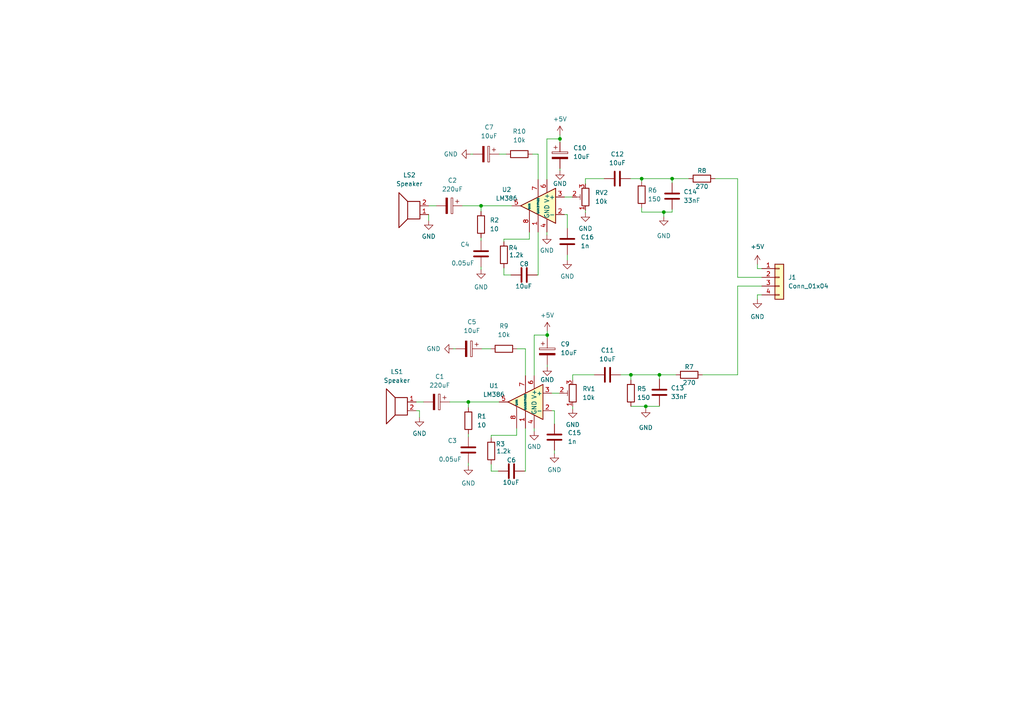
<source format=kicad_sch>
(kicad_sch (version 20211123) (generator eeschema)
  (paper "A4")
  (lib_symbols
    (symbol "Amplifier_Audio:LM386" (pin_names (offset 0.127))
      (property "Reference" "U" (at 1.27 7.62 0))
      (property "Value" "LM386" (at 1.27 5.08 0))
      (symbol "LM386_0_1"
        (polyline (pts (xy 5.08 0) (xy -5.08 5.08) (xy -5.08 -5.08) (xy 5.08 0)) (stroke (width 0.254)) (fill (type background)))
      )
      (symbol "LM386_1_1"
        (pin input line (at 0 -7.62 90) (length 5.08) (name "GAIN") (number "1"))
        (pin input line (at -7.62 -2.54 0) (length 2.54) (name "-") (number "2"))
        (pin input line (at -7.62 2.54 0) (length 2.54) (name "+") (number "3"))
        (pin power_in line (at -2.54 -7.62 90) (length 3.81) (name "GND") (number "4"))
        (pin output line (at 7.62 0 180) (length 2.54) (name "~") (number "5"))
        (pin power_in line (at -2.54 7.62 270) (length 3.81) (name "V+") (number "6"))
        (pin input line (at 0 7.62 270) (length 5.08) (name "BYPASS") (number "7"))
        (pin input line (at 2.54 -7.62 90) (length 6.35) (name "GAIN") (number "8"))
      )
    )
    (symbol "Connector_Generic:Conn_01x04" (pin_names (offset 1.016) hide)
      (property "Reference" "J" (at 0 5.08 0))
      (property "Value" "Conn_01x04" (at 0 -7.62 0))
      (symbol "Conn_01x04_1_1"
        (rectangle (start -1.27 -4.953) (end 0 -5.207) (stroke (width 0.1524)))
        (rectangle (start -1.27 -2.413) (end 0 -2.667) (stroke (width 0.1524)))
        (rectangle (start -1.27 0.127) (end 0 -0.127) (stroke (width 0.1524)))
        (rectangle (start -1.27 2.667) (end 0 2.413) (stroke (width 0.1524)))
        (rectangle (start -1.27 3.81) (end 1.27 -6.35) (stroke (width 0.254)) (fill (type background)))
        (pin passive line (at -5.08 2.54 0) (length 3.81) (name "Pin_1") (number "1"))
        (pin passive line (at -5.08 0 0) (length 3.81) (name "Pin_2") (number "2"))
        (pin passive line (at -5.08 -2.54 0) (length 3.81) (name "Pin_3") (number "3"))
        (pin passive line (at -5.08 -5.08 0) (length 3.81) (name "Pin_4") (number "4"))
      )
    )
    (symbol "Device:C" (pin_numbers hide) (pin_names (offset 0.254))
      (property "Reference" "C" (at 0.635 2.54 0))
      (property "Value" "C" (at 0.635 -2.54 0))
      (symbol "C_0_1"
        (polyline (pts (xy -2.032 -0.762) (xy 2.032 -0.762)) (stroke (width 0.508)))
        (polyline (pts (xy -2.032 0.762) (xy 2.032 0.762)) (stroke (width 0.508)))
      )
      (symbol "C_1_1"
        (pin passive line (at 0 3.81 270) (length 2.794) (name "~") (number "1"))
        (pin passive line (at 0 -3.81 90) (length 2.794) (name "~") (number "2"))
      )
    )
    (symbol "Device:C_Polarized" (pin_numbers hide) (pin_names (offset 0.254))
      (property "Reference" "C" (at 0.635 2.54 0))
      (property "Value" "C_Polarized" (at 0.635 -2.54 0))
      (symbol "C_Polarized_0_1"
        (rectangle (start -2.286 0.508) (end 2.286 1.016))
        (polyline (pts (xy -1.778 2.286) (xy -0.762 2.286)))
        (polyline (pts (xy -1.27 2.794) (xy -1.27 1.778)))
        (rectangle (start 2.286 -0.508) (end -2.286 -1.016) (fill (type outline)))
      )
      (symbol "C_Polarized_1_1"
        (pin passive line (at 0 3.81 270) (length 2.794) (name "~") (number "1"))
        (pin passive line (at 0 -3.81 90) (length 2.794) (name "~") (number "2"))
      )
    )
    (symbol "Device:R" (pin_numbers hide) (pin_names (offset 0))
      (property "Reference" "R" (at 2.032 0 90))
      (property "Value" "R" (at 0 0 90))
      (symbol "R_0_1"
        (rectangle (start -1.016 -2.54) (end 1.016 2.54) (stroke (width 0.254)))
      )
      (symbol "R_1_1"
        (pin passive line (at 0 3.81 270) (length 1.27) (name "~") (number "1"))
        (pin passive line (at 0 -3.81 90) (length 1.27) (name "~") (number "2"))
      )
    )
    (symbol "Device:R_Potentiometer_Trim" (pin_names (offset 1.016) hide)
      (property "Reference" "RV" (at -4.445 0 90))
      (property "Value" "R_Potentiometer_Trim" (at -2.54 0 90))
      (symbol "R_Potentiometer_Trim_0_1"
        (polyline (pts (xy 1.524 0.762) (xy 1.524 -0.762)))
        (polyline (pts (xy 2.54 0) (xy 1.524 0)))
        (rectangle (start 1.016 2.54) (end -1.016 -2.54) (stroke (width 0.254)))
      )
      (symbol "R_Potentiometer_Trim_1_1"
        (pin passive line (at 0 3.81 270) (length 1.27) (name "1") (number "1"))
        (pin passive line (at 3.81 0 180) (length 1.27) (name "2") (number "2"))
        (pin passive line (at 0 -3.81 90) (length 1.27) (name "3") (number "3"))
      )
    )
    (symbol "Device:Speaker" (pin_names (offset 0) hide)
      (property "Reference" "LS" (at 1.27 5.715 0))
      (property "Value" "Speaker" (at 1.27 3.81 0))
      (symbol "Speaker_0_0"
        (rectangle (start -2.54 1.27) (end 1.016 -3.81) (stroke (width 0.254)))
        (polyline (pts (xy 1.016 1.27) (xy 3.556 3.81) (xy 3.556 -6.35) (xy 1.016 -3.81)) (stroke (width 0.254)))
      )
      (symbol "Speaker_1_1"
        (pin input line (at -5.08 0 0) (length 2.54) (name "1") (number "1"))
        (pin input line (at -5.08 -2.54 0) (length 2.54) (name "2") (number "2"))
      )
    )
    (symbol "power:+5V" (power) (pin_names (offset 0))
      (property "Value" "+5V" (at 0 3.556 0))
      (symbol "+5V_0_1"
        (polyline (pts (xy -0.762 1.27) (xy 0 2.54)))
        (polyline (pts (xy 0 0) (xy 0 2.54)))
        (polyline (pts (xy 0 2.54) (xy 0.762 1.27)))
      )
      (symbol "+5V_1_1"
        (pin power_in line (at 0 0 90) (length 0) hide (name "+5V") (number "1"))
      )
    )
    (symbol "power:GND" (power) (pin_names (offset 0))
      (property "Value" "GND" (at 0 -3.81 0))
      (symbol "GND_0_1"
        (polyline (pts (xy 0 0) (xy 0 -1.27) (xy 1.27 -1.27) (xy 0 -2.54) (xy -1.27 -1.27) (xy 0 -1.27)))
      )
      (symbol "GND_1_1"
        (pin power_in line (at 0 0 270) (length 0) hide (name "GND") (number "1"))
      )
    )
  )
  (junction (at 158.7246 97.1804))
  (junction (at 192.532 61.5188))
  (junction (at 187.2996 117.856))
  (junction (at 186.1058 51.816))
  (junction (at 162.4076 40.2844))
  (junction (at 182.9816 108.712))
  (junction (at 139.5222 59.69))
  (junction (at 135.8392 116.586))
  (junction (at 194.945 51.816))
  (junction (at 191.262 108.712))
  (wire (pts (xy 169.799 51.816) (xy 175.2346 51.816)))
  (wire (pts (xy 169.799 60.96) (xy 169.799 61.6966)))
  (wire (pts (xy 139.7762 101.1682) (xy 142.3416 101.1682)))
  (wire (pts (xy 124.333 59.69) (xy 126.5174 59.69)))
  (wire (pts (xy 163.703 62.23) (xy 164.5412 62.23)))
  (wire (pts (xy 144.78 44.704) (xy 146.812 44.704)))
  (wire (pts (xy 213.9442 108.712) (xy 213.9442 82.9818)))
  (wire (pts (xy 158.623 52.07) (xy 158.623 40.2844)))
  (wire (pts (xy 163.703 57.15) (xy 165.989 57.15)))
  (wire (pts (xy 152.4 101.1682) (xy 152.4 108.966)))
  (wire (pts (xy 135.8392 116.586) (xy 135.8392 118.2116)))
  (wire (pts (xy 146.1516 69.3674) (xy 146.1516 70.104)))
  (wire (pts (xy 149.9616 101.1682) (xy 152.4 101.1682)))
  (wire (pts (xy 160.8074 122.9868) (xy 160.8074 119.126)))
  (wire (pts (xy 194.945 51.816) (xy 199.771 51.816)))
  (wire (pts (xy 186.1058 51.816) (xy 194.945 51.816)))
  (wire (pts (xy 166.116 108.712) (xy 172.3898 108.712)))
  (wire (pts (xy 194.945 61.5188) (xy 194.945 60.706)))
  (wire (pts (xy 136.4996 44.704) (xy 137.16 44.704)))
  (wire (pts (xy 160.02 114.046) (xy 162.306 114.046)))
  (wire (pts (xy 154.94 108.966) (xy 154.94 97.1804)))
  (wire (pts (xy 135.8392 135.1026) (xy 135.8392 134.3152)))
  (wire (pts (xy 164.5412 73.8632) (xy 164.5412 75.4634)))
  (wire (pts (xy 120.7008 116.586) (xy 122.8344 116.586)))
  (wire (pts (xy 166.116 117.856) (xy 166.116 118.5926)))
  (wire (pts (xy 135.8392 116.586) (xy 144.78 116.586)))
  (wire (pts (xy 149.86 126.2634) (xy 142.4686 126.2634)))
  (wire (pts (xy 164.5412 66.2432) (xy 164.5412 62.23)))
  (wire (pts (xy 135.8392 125.8316) (xy 135.8392 126.6952)))
  (wire (pts (xy 194.945 51.816) (xy 194.945 53.086)))
  (wire (pts (xy 142.4686 126.2634) (xy 142.4686 127)))
  (wire (pts (xy 131.4958 101.1682) (xy 132.1562 101.1682)))
  (wire (pts (xy 146.1516 77.724) (xy 146.1516 79.756)))
  (wire (pts (xy 124.333 62.23) (xy 124.333 64.008)))
  (wire (pts (xy 142.4686 136.652) (xy 144.526 136.652)))
  (wire (pts (xy 203.708 108.712) (xy 213.9442 108.712)))
  (wire (pts (xy 158.623 67.31) (xy 158.623 68.1736)))
  (wire (pts (xy 191.262 108.712) (xy 196.088 108.712)))
  (wire (pts (xy 154.432 44.704) (xy 156.083 44.704)))
  (wire (pts (xy 213.9442 80.4418) (xy 220.9546 80.4418)))
  (wire (pts (xy 186.1058 60.2742) (xy 186.1058 61.5188)))
  (wire (pts (xy 158.7246 97.1804) (xy 158.7246 98.1456)))
  (wire (pts (xy 120.7008 119.126) (xy 121.666 119.126)))
  (wire (pts (xy 182.8546 51.816) (xy 186.1058 51.816)))
  (wire (pts (xy 149.86 124.206) (xy 149.86 126.2634)))
  (wire (pts (xy 169.799 53.34) (xy 169.799 51.816)))
  (wire (pts (xy 186.1058 61.5188) (xy 192.532 61.5188)))
  (wire (pts (xy 158.7246 105.7656) (xy 158.7246 106.3752)))
  (wire (pts (xy 186.1058 51.816) (xy 186.1058 52.6542)))
  (wire (pts (xy 162.4076 40.2844) (xy 162.4076 41.2496)))
  (wire (pts (xy 139.5222 59.69) (xy 139.5222 61.3156)))
  (wire (pts (xy 146.1516 79.756) (xy 148.209 79.756)))
  (wire (pts (xy 153.543 69.3674) (xy 146.1516 69.3674)))
  (wire (pts (xy 154.94 124.206) (xy 154.94 125.0696)))
  (wire (pts (xy 142.4686 134.62) (xy 142.4686 136.652)))
  (wire (pts (xy 191.262 108.712) (xy 191.262 109.982)))
  (wire (pts (xy 192.532 61.5188) (xy 194.945 61.5188)))
  (wire (pts (xy 191.262 117.602) (xy 191.262 117.856)))
  (wire (pts (xy 160.02 119.126) (xy 160.8074 119.126)))
  (wire (pts (xy 213.9442 82.9818) (xy 220.9546 82.9818)))
  (wire (pts (xy 152.4 124.206) (xy 152.4 136.652)))
  (wire (pts (xy 153.543 67.31) (xy 153.543 69.3674)))
  (wire (pts (xy 155.829 79.756) (xy 156.083 79.756)))
  (wire (pts (xy 156.083 52.07) (xy 156.083 44.704)))
  (wire (pts (xy 158.7246 96.012) (xy 158.7246 97.1804)))
  (wire (pts (xy 213.9442 51.816) (xy 213.9442 80.4418)))
  (wire (pts (xy 121.666 119.126) (xy 121.666 121.1072)))
  (wire (pts (xy 139.5222 78.2066) (xy 139.5222 77.4192)))
  (wire (pts (xy 139.5222 59.69) (xy 148.463 59.69)))
  (wire (pts (xy 207.391 51.816) (xy 213.9442 51.816)))
  (wire (pts (xy 156.083 67.31) (xy 156.083 79.756)))
  (wire (pts (xy 130.4544 116.586) (xy 135.8392 116.586)))
  (wire (pts (xy 182.9816 108.712) (xy 182.9816 110.236)))
  (wire (pts (xy 182.9816 117.856) (xy 187.2996 117.856)))
  (wire (pts (xy 192.532 61.5188) (xy 192.532 62.8142)))
  (wire (pts (xy 152.146 136.652) (xy 152.4 136.652)))
  (wire (pts (xy 219.6846 77.9018) (xy 220.9546 77.9018)))
  (wire (pts (xy 187.2996 117.856) (xy 187.2996 118.4402)))
  (wire (pts (xy 160.8074 130.6068) (xy 160.8074 131.572)))
  (wire (pts (xy 220.9546 85.5218) (xy 219.6846 85.5218)))
  (wire (pts (xy 162.4076 39.116) (xy 162.4076 40.2844)))
  (wire (pts (xy 139.5222 68.9356) (xy 139.5222 69.7992)))
  (wire (pts (xy 219.6846 85.5218) (xy 219.6846 86.7918)))
  (wire (pts (xy 154.94 97.1804) (xy 158.7246 97.1804)))
  (wire (pts (xy 162.4076 48.8696) (xy 162.4076 49.4792)))
  (wire (pts (xy 158.623 40.2844) (xy 162.4076 40.2844)))
  (wire (pts (xy 134.1374 59.69) (xy 139.5222 59.69)))
  (wire (pts (xy 166.116 110.236) (xy 166.116 108.712)))
  (wire (pts (xy 180.0098 108.712) (xy 182.9816 108.712)))
  (wire (pts (xy 187.2996 117.856) (xy 191.262 117.856)))
  (wire (pts (xy 182.9816 108.712) (xy 191.262 108.712)))
  (wire (pts (xy 219.6846 76.6318) (xy 219.6846 77.9018)))
  (symbol (lib_id "Device:R") (at 146.1516 73.914 0) (unit 1)
    (property "Reference" "R4" (at 147.4724 71.882 0) (effects (justify left)))
    (property "Value" "1.2k" (at 147.6502 73.9648 0) (effects (justify left)))
    (property "Footprint" "Resistor_SMD:R_0805_2012Metric" (effects hide))
  )
  (symbol (lib_id "power:GND") (at 162.4076 49.4792 0) (unit 1)
    (property "Reference" "#PWR013" (effects hide))
    (property "Value" "GND" (at 162.4076 53.2638 0))
  )
  (symbol (lib_id "Amplifier_Audio:LM386") (at 156.083 59.69 0) (mirror y) (unit 1)
    (property "Reference" "U2" (at 146.939 54.991 0))
    (property "Value" "LM386" (at 146.939 57.531 0))
    (property "Footprint" "LM386:SOIC127P600X175-8N" (effects hide))
    (property "Datasheet" "http://www.ti.com/lit/ds/symlink/lm386.pdf" (effects hide))
  )
  (symbol (lib_id "Device:R") (at 142.4686 130.81 0) (unit 1)
    (property "Reference" "R3" (at 143.7894 128.778 0) (effects (justify left)))
    (property "Value" "1.2k" (at 143.9672 130.8608 0) (effects (justify left)))
    (property "Footprint" "Resistor_SMD:R_0805_2012Metric" (effects hide))
  )
  (symbol (lib_id "Device:C_Polarized") (at 130.3274 59.69 270) (unit 1)
    (property "Reference" "C2" (at 131.2164 52.324 90))
    (property "Value" "220uF" (at 131.2164 54.864 90))
    (property "Footprint" "Capacitor_Tantalum_SMD:CP_EIA-6032-28_Kemet-C_Pad2.25x2.35mm_HandSolder" (effects hide))
  )
  (symbol (lib_id "power:GND") (at 158.7246 106.3752 0) (unit 1)
    (property "Reference" "#PWR010" (effects hide))
    (property "Value" "GND" (at 158.7246 110.1598 0))
  )
  (symbol (lib_id "Device:C") (at 191.262 113.792 0) (unit 1)
    (property "Reference" "C13" (at 194.564 112.522 0) (effects (justify left)))
    (property "Value" "33nF" (at 194.564 115.062 0) (effects (justify left)))
    (property "Footprint" "Capacitor_SMD:C_0805_2012Metric" (effects hide))
  )
  (symbol (lib_id "Device:R") (at 199.898 108.712 90) (unit 1)
    (property "Reference" "R7" (at 199.898 106.426 90))
    (property "Value" "270" (at 199.898 110.998 90))
    (property "Footprint" "Resistor_SMD:R_0805_2012Metric" (effects hide))
  )
  (symbol (lib_id "Device:C") (at 135.8392 130.5052 180) (unit 1)
    (property "Reference" "C3" (at 129.8448 127.8128 0) (effects (justify right)))
    (property "Value" "0.05uF" (at 127.2032 133.223 0) (effects (justify right)))
    (property "Footprint" "Capacitor_SMD:C_1206_3216Metric" (effects hide))
  )
  (symbol (lib_id "Device:R_Potentiometer_Trim") (at 166.116 114.046 180) (unit 1)
    (property "Reference" "RV1" (at 168.91 112.7759 0) (effects (justify right)))
    (property "Value" "10k" (at 168.91 115.3159 0) (effects (justify right)))
    (property "Footprint" "Potentiometer_THT:Potentiometer_Bourns_3386P_Vertical" (effects hide))
  )
  (symbol (lib_id "Device:Speaker") (at 119.253 62.23 180) (unit 1)
    (property "Reference" "LS2" (at 118.745 50.7746 0))
    (property "Value" "Speaker" (at 118.745 53.3146 0))
    (property "Footprint" "Connector_PinSocket_2.54mm:PinSocket_1x02_P2.54mm_Horizontal" (effects hide))
  )
  (symbol (lib_id "power:GND") (at 164.5412 75.4634 0) (unit 1)
    (property "Reference" "#PWR014" (effects hide))
    (property "Value" "GND" (at 164.5412 80.1624 0))
  )
  (symbol (lib_id "Device:C") (at 179.0446 51.816 90) (unit 1)
    (property "Reference" "C12" (at 179.0446 44.704 90))
    (property "Value" "10uF" (at 179.0446 47.244 90))
    (property "Footprint" "Capacitor_SMD:C_1206_3216Metric" (effects hide))
  )
  (symbol (lib_id "power:GND") (at 121.666 121.1072 0) (unit 1)
    (property "Reference" "#PWR01" (effects hide))
    (property "Value" "GND" (at 121.666 125.73 0))
  )
  (symbol (lib_id "power:GND") (at 139.5222 78.2066 0) (unit 1)
    (property "Reference" "#PWR04" (effects hide))
    (property "Value" "GND" (at 139.5222 83.2612 0))
  )
  (symbol (lib_id "power:GND") (at 192.532 62.8142 0) (unit 1)
    (property "Reference" "#PWR018" (effects hide))
    (property "Value" "GND" (at 192.532 68.4022 0))
  )
  (symbol (lib_id "Device:C") (at 194.945 56.896 0) (unit 1)
    (property "Reference" "C14" (at 198.247 55.626 0) (effects (justify left)))
    (property "Value" "33nF" (at 198.247 58.166 0) (effects (justify left)))
    (property "Footprint" "Capacitor_SMD:C_0805_2012Metric" (effects hide))
  )
  (symbol (lib_id "Device:R") (at 150.622 44.704 90) (unit 1)
    (property "Reference" "R10" (at 150.622 38.1 90))
    (property "Value" "10k" (at 150.622 40.64 90))
    (property "Footprint" "Resistor_SMD:R_0805_2012Metric" (effects hide))
  )
  (symbol (lib_id "power:GND") (at 219.6846 86.7918 0) (unit 1)
    (property "Reference" "#PWR020" (effects hide))
    (property "Value" "GND" (at 219.6846 91.8718 0))
  )
  (symbol (lib_id "Connector_Generic:Conn_01x04") (at 226.0346 80.4418 0) (unit 1)
    (property "Reference" "J1" (at 228.5746 80.4417 0) (effects (justify left)))
    (property "Value" "Conn_01x04" (at 228.5746 82.9817 0) (effects (justify left)))
    (property "Footprint" "Connector_PinHeader_2.54mm:PinHeader_2x02_P2.54mm_Vertical" (effects hide))
  )
  (symbol (lib_id "power:GND") (at 136.4996 44.704 270) (unit 1)
    (property "Reference" "#PWR06" (effects hide))
    (property "Value" "GND" (at 132.7912 44.7039 90) (effects (justify right)))
  )
  (symbol (lib_id "Device:C") (at 164.5412 70.0532 0) (unit 1)
    (property "Reference" "C16" (at 168.402 68.7831 0) (effects (justify left)))
    (property "Value" "1n" (at 168.402 71.3231 0) (effects (justify left)))
    (property "Footprint" "Capacitor_SMD:C_0805_2012Metric" (effects hide))
  )
  (symbol (lib_id "Device:R") (at 135.8392 122.0216 0) (unit 1)
    (property "Reference" "R1" (at 138.3792 120.7515 0) (effects (justify left)))
    (property "Value" "10" (at 138.3792 123.2915 0) (effects (justify left)))
    (property "Footprint" "Resistor_SMD:R_0805_2012Metric" (effects hide))
  )
  (symbol (lib_id "power:GND") (at 154.94 125.0696 0) (unit 1)
    (property "Reference" "#PWR07" (effects hide))
    (property "Value" "GND" (at 154.94 129.54 0))
  )
  (symbol (lib_id "power:GND") (at 187.2996 118.4402 0) (unit 1)
    (property "Reference" "#PWR017" (effects hide))
    (property "Value" "GND" (at 187.2996 124.0282 0))
  )
  (symbol (lib_id "Device:C_Polarized") (at 158.7246 101.9556 0) (unit 1)
    (property "Reference" "C9" (at 162.56 99.7965 0) (effects (justify left)))
    (property "Value" "10uF" (at 162.56 102.3365 0) (effects (justify left)))
    (property "Footprint" "Capacitor_SMD:CP_Elec_5x5.4" (effects hide))
  )
  (symbol (lib_id "power:GND") (at 135.8392 135.1026 0) (unit 1)
    (property "Reference" "#PWR03" (effects hide))
    (property "Value" "GND" (at 135.8392 140.1572 0))
  )
  (symbol (lib_id "Device:C_Polarized") (at 162.4076 45.0596 0) (unit 1)
    (property "Reference" "C10" (at 166.243 42.9005 0) (effects (justify left)))
    (property "Value" "10uF" (at 166.243 45.4405 0) (effects (justify left)))
    (property "Footprint" "Capacitor_SMD:CP_Elec_5x5.4" (effects hide))
  )
  (symbol (lib_id "power:+5V") (at 162.4076 39.116 0) (unit 1)
    (property "Reference" "#PWR012" (effects hide))
    (property "Value" "+5V" (at 162.4076 34.544 0))
  )
  (symbol (lib_id "power:GND") (at 158.623 68.1736 0) (unit 1)
    (property "Reference" "#PWR08" (effects hide))
    (property "Value" "GND" (at 158.623 72.644 0))
  )
  (symbol (lib_id "power:GND") (at 131.4958 101.1682 270) (unit 1)
    (property "Reference" "#PWR05" (effects hide))
    (property "Value" "GND" (at 127.7874 101.1681 90) (effects (justify right)))
  )
  (symbol (lib_id "Device:Speaker") (at 115.6208 116.586 0) (mirror y) (unit 1)
    (property "Reference" "LS1" (at 115.1128 107.823 0))
    (property "Value" "Speaker" (at 115.1128 110.363 0))
    (property "Footprint" "Connector_PinSocket_2.54mm:PinSocket_1x02_P2.54mm_Horizontal" (effects hide))
  )
  (symbol (lib_id "power:GND") (at 160.8074 131.572 0) (unit 1)
    (property "Reference" "#PWR011" (effects hide))
    (property "Value" "GND" (at 160.8074 136.271 0))
  )
  (symbol (lib_id "power:GND") (at 169.799 61.6966 0) (unit 1)
    (property "Reference" "#PWR016" (effects hide))
    (property "Value" "GND" (at 169.799 66.294 0))
  )
  (symbol (lib_id "Device:C") (at 148.336 136.652 90) (unit 1)
    (property "Reference" "C6" (at 148.336 133.4516 90))
    (property "Value" "10uF" (at 148.209 139.9286 90))
    (property "Footprint" "Capacitor_SMD:C_1206_3216Metric" (effects hide))
  )
  (symbol (lib_id "power:GND") (at 124.333 64.008 0) (unit 1)
    (property "Reference" "#PWR02" (effects hide))
    (property "Value" "GND" (at 124.333 68.58 0))
  )
  (symbol (lib_id "Device:R") (at 203.581 51.816 90) (unit 1)
    (property "Reference" "R8" (at 203.581 49.53 90))
    (property "Value" "270" (at 203.581 54.102 90))
    (property "Footprint" "Resistor_SMD:R_0805_2012Metric" (effects hide))
  )
  (symbol (lib_id "Device:C_Polarized") (at 126.6444 116.586 270) (unit 1)
    (property "Reference" "C1" (at 127.5334 109.22 90))
    (property "Value" "220uF" (at 127.5334 111.76 90))
    (property "Footprint" "Capacitor_Tantalum_SMD:CP_EIA-6032-28_Kemet-C_Pad2.25x2.35mm_HandSolder" (effects hide))
  )
  (symbol (lib_id "Device:C") (at 139.5222 73.6092 180) (unit 1)
    (property "Reference" "C4" (at 133.5278 70.9168 0) (effects (justify right)))
    (property "Value" "0.05uF" (at 130.8862 76.327 0) (effects (justify right)))
    (property "Footprint" "Capacitor_SMD:C_1206_3216Metric" (effects hide))
  )
  (symbol (lib_id "Device:C") (at 176.1998 108.712 90) (unit 1)
    (property "Reference" "C11" (at 176.1998 101.6 90))
    (property "Value" "10uF" (at 176.1998 104.14 90))
    (property "Footprint" "Capacitor_SMD:C_1206_3216Metric" (effects hide))
  )
  (symbol (lib_id "Amplifier_Audio:LM386") (at 152.4 116.586 0) (mirror y) (unit 1)
    (property "Reference" "U1" (at 143.256 111.887 0))
    (property "Value" "LM386" (at 143.256 114.427 0))
    (property "Footprint" "LM386:SOIC127P600X175-8N" (effects hide))
    (property "Datasheet" "http://www.ti.com/lit/ds/symlink/lm386.pdf" (effects hide))
  )
  (symbol (lib_id "Device:C_Polarized") (at 140.97 44.704 270) (unit 1)
    (property "Reference" "C7" (at 141.859 36.9062 90))
    (property "Value" "10uF" (at 141.859 39.4462 90))
    (property "Footprint" "Capacitor_SMD:CP_Elec_5x5.4" (effects hide))
  )
  (symbol (lib_id "Device:R_Potentiometer_Trim") (at 169.799 57.15 180) (unit 1)
    (property "Reference" "RV2" (at 172.593 55.8799 0) (effects (justify right)))
    (property "Value" "10k" (at 172.593 58.4199 0) (effects (justify right)))
    (property "Footprint" "Potentiometer_THT:Potentiometer_Bourns_3386P_Vertical" (effects hide))
  )
  (symbol (lib_id "Device:R") (at 182.9816 114.046 0) (unit 1)
    (property "Reference" "R5" (at 184.7596 112.7759 0) (effects (justify left)))
    (property "Value" "150" (at 184.7596 115.3159 0) (effects (justify left)))
    (property "Footprint" "Resistor_SMD:R_0805_2012Metric" (effects hide))
  )
  (symbol (lib_id "Device:C") (at 160.8074 126.7968 0) (unit 1)
    (property "Reference" "C15" (at 164.6682 125.5267 0) (effects (justify left)))
    (property "Value" "1n" (at 164.6682 128.0667 0) (effects (justify left)))
    (property "Footprint" "Capacitor_SMD:C_0805_2012Metric" (effects hide))
  )
  (symbol (lib_id "Device:R") (at 139.5222 65.1256 0) (unit 1)
    (property "Reference" "R2" (at 142.0622 63.8555 0) (effects (justify left)))
    (property "Value" "10" (at 142.0622 66.3955 0) (effects (justify left)))
    (property "Footprint" "Resistor_SMD:R_0805_2012Metric" (effects hide))
  )
  (symbol (lib_id "power:+5V") (at 158.7246 96.012 0) (unit 1)
    (property "Reference" "#PWR09" (effects hide))
    (property "Value" "+5V" (at 158.7246 91.44 0))
  )
  (symbol (lib_id "Device:C") (at 152.019 79.756 90) (unit 1)
    (property "Reference" "C8" (at 152.019 76.5556 90))
    (property "Value" "10uF" (at 151.892 83.0326 90))
    (property "Footprint" "Capacitor_SMD:C_1206_3216Metric" (effects hide))
  )
  (symbol (lib_id "Device:R") (at 186.1058 56.4642 0) (unit 1)
    (property "Reference" "R6" (at 187.8838 55.1941 0) (effects (justify left)))
    (property "Value" "150" (at 187.8838 57.7341 0) (effects (justify left)))
    (property "Footprint" "Resistor_SMD:R_0805_2012Metric" (effects hide))
  )
  (symbol (lib_id "Device:R") (at 146.1516 101.1682 90) (unit 1)
    (property "Reference" "R9" (at 146.1516 94.5642 90))
    (property "Value" "10k" (at 146.1516 97.1042 90))
    (property "Footprint" "Resistor_SMD:R_0805_2012Metric" (effects hide))
  )
  (symbol (lib_id "power:+5V") (at 219.6846 76.6318 0) (unit 1)
    (property "Reference" "#PWR019" (effects hide))
    (property "Value" "+5V" (at 219.6846 71.5518 0))
  )
  (symbol (lib_id "Device:C_Polarized") (at 135.9662 101.1682 270) (unit 1)
    (property "Reference" "C5" (at 136.8552 93.3704 90))
    (property "Value" "10uF" (at 136.8552 95.9104 90))
    (property "Footprint" "Capacitor_SMD:CP_Elec_5x5.4" (effects hide))
  )
  (symbol (lib_id "power:GND") (at 166.116 118.5926 0) (unit 1)
    (property "Reference" "#PWR015" (effects hide))
    (property "Value" "GND" (at 166.116 123.19 0))
  )
)
</source>
